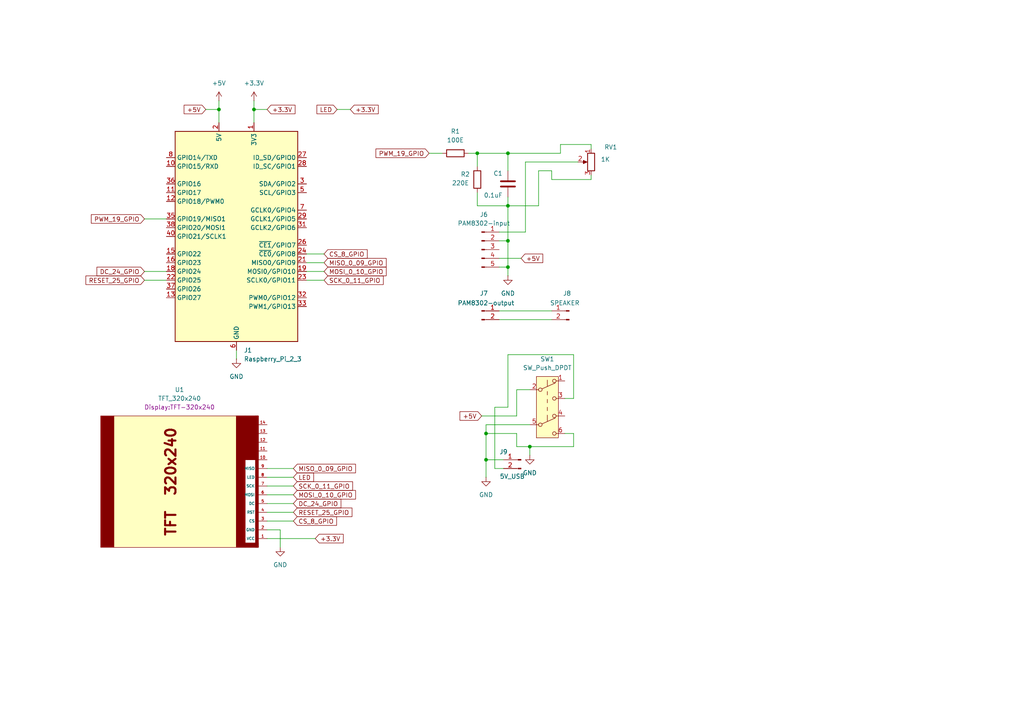
<source format=kicad_sch>
(kicad_sch (version 20250114) (generator "eeschema") (generator_version "9.0")
  (paper "A4")
  (lib_symbols
    (symbol "Connector:Conn_01x02_Pin" (pin_names (offset 1.016) (hide yes))
      (property "Reference" "J" (at 0 2.54 0))
      (property "Value" "Conn_01x02_Pin" (at 0 -5.08 0))
      (symbol "Conn_01x02_Pin_1_1"
        (rectangle (start 0.8636 0.127) (end 0 -0.127) (stroke (width 0.1524)) (fill (type outline)))
        (rectangle (start 0.8636 -2.413) (end 0 -2.667) (stroke (width 0.1524)) (fill (type outline)))
        (polyline (pts (xy 1.27 0) (xy 0.8636 0)) (stroke (width 0.1524)))
        (polyline (pts (xy 1.27 -2.54) (xy 0.8636 -2.54)) (stroke (width 0.1524)))
        (pin passive line (at 5.08 0 180) (length 3.81) (name "Pin_1") (number "1"))
        (pin passive line (at 5.08 -2.54 180) (length 3.81) (name "Pin_2") (number "2"))
      )
    )
    (symbol "Connector:Conn_01x05_Pin" (pin_names (offset 1.016) (hide yes))
      (property "Reference" "J" (at 0 7.62 0))
      (property "Value" "Conn_01x05_Pin" (at 0 -7.62 0))
      (symbol "Conn_01x05_Pin_1_1"
        (rectangle (start 0.8636 5.207) (end 0 4.953) (stroke (width 0.1524)) (fill (type outline)))
        (rectangle (start 0.8636 2.667) (end 0 2.413) (stroke (width 0.1524)) (fill (type outline)))
        (rectangle (start 0.8636 0.127) (end 0 -0.127) (stroke (width 0.1524)) (fill (type outline)))
        (rectangle (start 0.8636 -2.413) (end 0 -2.667) (stroke (width 0.1524)) (fill (type outline)))
        (rectangle (start 0.8636 -4.953) (end 0 -5.207) (stroke (width 0.1524)) (fill (type outline)))
        (polyline (pts (xy 1.27 5.08) (xy 0.8636 5.08)) (stroke (width 0.1524)))
        (polyline (pts (xy 1.27 2.54) (xy 0.8636 2.54)) (stroke (width 0.1524)))
        (polyline (pts (xy 1.27 0) (xy 0.8636 0)) (stroke (width 0.1524)))
        (polyline (pts (xy 1.27 -2.54) (xy 0.8636 -2.54)) (stroke (width 0.1524)))
        (polyline (pts (xy 1.27 -5.08) (xy 0.8636 -5.08)) (stroke (width 0.1524)))
        (pin passive line (at 5.08 5.08 180) (length 3.81) (name "Pin_1") (number "1"))
        (pin passive line (at 5.08 2.54 180) (length 3.81) (name "Pin_2") (number "2"))
        (pin passive line (at 5.08 0 180) (length 3.81) (name "Pin_3") (number "3"))
        (pin passive line (at 5.08 -2.54 180) (length 3.81) (name "Pin_4") (number "4"))
        (pin passive line (at 5.08 -5.08 180) (length 3.81) (name "Pin_5") (number "5"))
      )
    )
    (symbol "Connector:Raspberry_Pi_2_3"
      (property "Reference" "J" (at -17.78 31.75 0))
      (property "Value" "Raspberry_Pi_2_3" (at 10.16 -31.75 0))
      (symbol "Raspberry_Pi_2_3_0_1"
        (rectangle (start -17.78 30.48) (end 17.78 -30.48) (stroke (width 0.254)) (fill (type background)))
      )
      (symbol "Raspberry_Pi_2_3_1_1"
        (pin bidirectional line (at -20.32 22.86 0) (length 2.54) (name "GPIO14/TXD") (number "8"))
        (pin bidirectional line (at -20.32 20.32 0) (length 2.54) (name "GPIO15/RXD") (number "10"))
        (pin bidirectional line (at -20.32 15.24 0) (length 2.54) (name "GPIO16") (number "36"))
        (pin bidirectional line (at -20.32 12.7 0) (length 2.54) (name "GPIO17") (number "11"))
        (pin bidirectional line (at -20.32 10.16 0) (length 2.54) (name "GPIO18/PWM0") (number "12"))
        (pin bidirectional line (at -20.32 5.08 0) (length 2.54) (name "GPIO19/MISO1") (number "35"))
        (pin bidirectional line (at -20.32 2.54 0) (length 2.54) (name "GPIO20/MOSI1") (number "38"))
        (pin bidirectional line (at -20.32 0 0) (length 2.54) (name "GPIO21/SCLK1") (number "40"))
        (pin bidirectional line (at -20.32 -5.08 0) (length 2.54) (name "GPIO22") (number "15"))
        (pin bidirectional line (at -20.32 -7.62 0) (length 2.54) (name "GPIO23") (number "16"))
        (pin bidirectional line (at -20.32 -10.16 0) (length 2.54) (name "GPIO24") (number "18"))
        (pin bidirectional line (at -20.32 -12.7 0) (length 2.54) (name "GPIO25") (number "22"))
        (pin bidirectional line (at -20.32 -15.24 0) (length 2.54) (name "GPIO26") (number "37"))
        (pin bidirectional line (at -20.32 -17.78 0) (length 2.54) (name "GPIO27") (number "13"))
        (pin power_in line (at -5.08 33.02 270) (length 2.54) (name "5V") (number "2"))
        (pin passive line (at -5.08 33.02 270) (length 2.54) (hide yes) (name "5V") (number "4"))
        (pin passive line (at 0 -33.02 90) (length 2.54) (hide yes) (name "GND") (number "14"))
        (pin passive line (at 0 -33.02 90) (length 2.54) (hide yes) (name "GND") (number "20"))
        (pin passive line (at 0 -33.02 90) (length 2.54) (hide yes) (name "GND") (number "25"))
        (pin passive line (at 0 -33.02 90) (length 2.54) (hide yes) (name "GND") (number "30"))
        (pin passive line (at 0 -33.02 90) (length 2.54) (hide yes) (name "GND") (number "34"))
        (pin passive line (at 0 -33.02 90) (length 2.54) (hide yes) (name "GND") (number "39"))
        (pin power_in line (at 0 -33.02 90) (length 2.54) (name "GND") (number "6"))
        (pin passive line (at 0 -33.02 90) (length 2.54) (hide yes) (name "GND") (number "9"))
        (pin power_in line (at 5.08 33.02 270) (length 2.54) (name "3V3") (number "1"))
        (pin passive line (at 5.08 33.02 270) (length 2.54) (hide yes) (name "3V3") (number "17"))
        (pin bidirectional line (at 20.32 22.86 180) (length 2.54) (name "ID_SD/GPIO0") (number "27"))
        (pin bidirectional line (at 20.32 20.32 180) (length 2.54) (name "ID_SC/GPIO1") (number "28"))
        (pin bidirectional line (at 20.32 15.24 180) (length 2.54) (name "SDA/GPIO2") (number "3"))
        (pin bidirectional line (at 20.32 12.7 180) (length 2.54) (name "SCL/GPIO3") (number "5"))
        (pin bidirectional line (at 20.32 7.62 180) (length 2.54) (name "GCLK0/GPIO4") (number "7"))
        (pin bidirectional line (at 20.32 5.08 180) (length 2.54) (name "GCLK1/GPIO5") (number "29"))
        (pin bidirectional line (at 20.32 2.54 180) (length 2.54) (name "GCLK2/GPIO6") (number "31"))
        (pin bidirectional line (at 20.32 -2.54 180) (length 2.54) (name "~{CE1}/GPIO7") (number "26"))
        (pin bidirectional line (at 20.32 -5.08 180) (length 2.54) (name "~{CE0}/GPIO8") (number "24"))
        (pin bidirectional line (at 20.32 -7.62 180) (length 2.54) (name "MISO0/GPIO9") (number "21"))
        (pin bidirectional line (at 20.32 -10.16 180) (length 2.54) (name "MOSI0/GPIO10") (number "19"))
        (pin bidirectional line (at 20.32 -12.7 180) (length 2.54) (name "SCLK0/GPIO11") (number "23"))
        (pin bidirectional line (at 20.32 -17.78 180) (length 2.54) (name "PWM0/GPIO12") (number "32"))
        (pin bidirectional line (at 20.32 -20.32 180) (length 2.54) (name "PWM1/GPIO13") (number "33"))
      )
    )
    (symbol "Device:C" (pin_numbers (hide yes)) (pin_names (offset 0.254))
      (property "Reference" "C" (at 0.635 2.54 0))
      (property "Value" "C" (at 0.635 -2.54 0))
      (symbol "C_0_1"
        (polyline (pts (xy -2.032 0.762) (xy 2.032 0.762)) (stroke (width 0.508)))
        (polyline (pts (xy -2.032 -0.762) (xy 2.032 -0.762)) (stroke (width 0.508)))
      )
      (symbol "C_1_1"
        (pin passive line (at 0 3.81 270) (length 2.794) (name "~") (number "1"))
        (pin passive line (at 0 -3.81 90) (length 2.794) (name "~") (number "2"))
      )
    )
    (symbol "Device:R" (pin_numbers (hide yes)) (pin_names (offset 0))
      (property "Reference" "R" (at 2.032 0 90))
      (property "Value" "R" (at 0 0 90))
      (symbol "R_0_1"
        (rectangle (start -1.016 -2.54) (end 1.016 2.54) (stroke (width 0.254)))
      )
      (symbol "R_1_1"
        (pin passive line (at 0 3.81 270) (length 1.27) (name "~") (number "1"))
        (pin passive line (at 0 -3.81 90) (length 1.27) (name "~") (number "2"))
      )
    )
    (symbol "Device:R_Potentiometer" (pin_names (offset 1.016) (hide yes))
      (property "Reference" "RV" (at -4.445 0 90))
      (property "Value" "R_Potentiometer" (at -2.54 0 90))
      (symbol "R_Potentiometer_0_1"
        (rectangle (start 1.016 2.54) (end -1.016 -2.54) (stroke (width 0.254)))
        (polyline (pts (xy 1.143 0) (xy 2.286 0.508) (xy 2.286 -0.508) (xy 1.143 0)) (fill (type outline)))
        (polyline (pts (xy 2.54 0) (xy 1.524 0)))
      )
      (symbol "R_Potentiometer_1_1"
        (pin passive line (at 0 3.81 270) (length 1.27) (name "1") (number "1"))
        (pin passive line (at 0 -3.81 90) (length 1.27) (name "3") (number "3"))
        (pin passive line (at 3.81 0 180) (length 1.27) (name "2") (number "2"))
      )
    )
    (symbol "Switch:SW_Push_DPDT" (pin_names (offset 0) (hide yes))
      (property "Reference" "SW" (at 0 10.16 0))
      (property "Value" "SW_Push_DPDT" (at 0 -10.16 0))
      (symbol "SW_Push_DPDT_0_0"
        (circle (center -2.032 5.08) (radius 0.508))
        (circle (center -2.032 -5.08) (radius 0.508))
        (circle (center 2.032 2.54) (radius 0.508))
        (circle (center 2.032 -7.62) (radius 0.508))
      )
      (symbol "SW_Push_DPDT_0_1"
        (polyline (pts (xy -1.524 5.334) (xy 2.3368 7.0612)))
        (polyline (pts (xy -1.524 -4.826) (xy 2.3368 -3.0988)))
        (polyline (pts (xy 0 7.874) (xy 0 6.096)))
        (polyline (pts (xy 0 3.556) (xy 0 4.572)))
        (polyline (pts (xy 0 1.27) (xy 0 2.286)))
        (polyline (pts (xy 0 -1.016) (xy 0 0)))
        (polyline (pts (xy 0 -2.286) (xy 0 -4.064)))
        (circle (center 2.032 7.62) (radius 0.508))
        (circle (center 2.032 -2.54) (radius 0.508))
      )
      (symbol "SW_Push_DPDT_1_1"
        (rectangle (start -3.175 8.89) (end 3.175 -8.89) (fill (type background)))
        (pin passive line (at -5.08 5.08 0) (length 2.54) (name "B") (number "2"))
        (pin passive line (at -5.08 -5.08 0) (length 2.54) (name "B") (number "5"))
        (pin passive line (at 5.08 7.62 180) (length 2.54) (name "A") (number "1"))
        (pin passive line (at 5.08 2.54 180) (length 2.54) (name "C") (number "3"))
        (pin passive line (at 5.08 -2.54 180) (length 2.54) (name "A") (number "4"))
        (pin passive line (at 5.08 -7.62 180) (length 2.54) (name "C") (number "6"))
      )
    )
    (symbol "power:+3.3V" (power) (pin_numbers (hide yes)) (pin_names (offset 0) (hide yes))
      (property "Value" "+3.3V" (at 0 3.556 0))
      (symbol "+3.3V_0_1"
        (polyline (pts (xy -0.762 1.27) (xy 0 2.54)))
        (polyline (pts (xy 0 2.54) (xy 0.762 1.27)))
        (polyline (pts (xy 0 0) (xy 0 2.54)))
      )
      (symbol "+3.3V_1_1"
        (pin power_in line (at 0 0 90) (length 0) (name "~") (number "1"))
      )
    )
    (symbol "power:+5V" (power) (pin_numbers (hide yes)) (pin_names (offset 0) (hide yes))
      (property "Value" "+5V" (at 0 3.556 0))
      (symbol "+5V_0_1"
        (polyline (pts (xy -0.762 1.27) (xy 0 2.54)))
        (polyline (pts (xy 0 2.54) (xy 0.762 1.27)))
        (polyline (pts (xy 0 0) (xy 0 2.54)))
      )
      (symbol "+5V_1_1"
        (pin power_in line (at 0 0 90) (length 0) (name "~") (number "1"))
      )
    )
    (symbol "power:GND" (power) (pin_numbers (hide yes)) (pin_names (offset 0) (hide yes))
      (property "Value" "GND" (at 0 -3.81 0))
      (symbol "GND_0_1"
        (polyline (pts (xy 0 0) (xy 0 -1.27) (xy 1.27 -1.27) (xy 0 -2.54) (xy -1.27 -1.27) (xy 0 -1.27)))
      )
      (symbol "GND_1_1"
        (pin power_in line (at 0 0 270) (length 0) (name "~") (number "1"))
      )
    )
    (symbol "tft_320x240:TFT_320x240" (pin_names (offset 1.016))
      (property "Reference" "U?" (at 20.32 25.4001 0))
      (property "Value" "TFT_320x240" (at 20.32 22.8601 0))
      (property "Footprint" "z_Devices:TFT-320x240" (at 20.32 20.3201 0))
      (symbol "TFT_320x240_0_0"
        (text "TFT  320x240" (at 0 25.4 0) (effects (font (size 2.9972 2.9972) (bold yes))))
      )
      (symbol "TFT_320x240_0_1"
        (rectangle (start -19.05 41.91) (end 19.05 45.72) (fill (type outline)))
        (rectangle (start -19.05 6.35) (end 19.05 41.91) (fill (type background)))
        (rectangle (start -19.05 6.35) (end 19.05 3.81) (fill (type outline)))
        (rectangle (start -19.05 0) (end 19.05 6.35))
        (rectangle (start -19.05 0) (end 19.05 0.8382) (fill (type outline)))
        (rectangle (start -17.78 0) (end -19.05 3.81) (fill (type outline)))
        (rectangle (start 19.05 0) (end 6.35 3.81) (fill (type outline)))
      )
      (symbol "TFT_320x240_1_1"
        (pin power_in line (at -16.51 -2.54 90) (length 2.54) (name "VCC") (number "1"))
        (pin bidirectional line (at -13.97 -2.54 90) (length 2.54) (name "GND") (number "2"))
        (pin bidirectional line (at -11.43 -2.54 90) (length 2.54) (name "CS") (number "3"))
        (pin bidirectional line (at -8.89 -2.54 90) (length 2.54) (name "RST") (number "4"))
        (pin bidirectional line (at -6.35 -2.54 90) (length 2.54) (name "DC") (number "5"))
        (pin bidirectional line (at -3.81 -2.54 90) (length 2.54) (name "MOSI") (number "6"))
        (pin bidirectional line (at -1.27 -2.54 90) (length 2.54) (name "SCK") (number "7"))
        (pin power_in line (at 1.27 -2.54 90) (length 2.54) (name "LED") (number "8"))
        (pin bidirectional line (at 3.81 -2.54 90) (length 2.54) (name "MISO") (number "9"))
        (pin bidirectional line (at 6.35 -2.54 90) (length 2.54) (name "~") (number "10"))
        (pin bidirectional line (at 8.89 -2.54 90) (length 2.54) (name "~") (number "11"))
        (pin bidirectional line (at 11.43 -2.54 90) (length 2.54) (name "~") (number "12"))
        (pin bidirectional line (at 13.97 -2.54 90) (length 2.54) (name "~") (number "13"))
        (pin bidirectional line (at 16.51 -2.54 90) (length 2.54) (name "~") (number "14"))
      )
    )
  )
  (junction (at 147.32 77.47))
  (junction (at 147.32 44.45))
  (junction (at 147.32 69.85))
  (junction (at 73.66 31.75))
  (junction (at 140.97 133.35))
  (junction (at 138.43 44.45))
  (junction (at 63.5 31.75))
  (junction (at 140.97 125.73))
  (junction (at 153.67 129.54))
  (junction (at 147.32 59.69))
  (wire (pts (xy 160.02 49.53) (xy 160.02 52.07)))
  (wire (pts (xy 171.45 52.07) (xy 171.45 50.8)))
  (wire (pts (xy 149.86 125.73) (xy 149.86 129.54)))
  (wire (pts (xy 41.91 81.28) (xy 48.26 81.28)))
  (wire (pts (xy 41.91 78.74) (xy 48.26 78.74)))
  (wire (pts (xy 147.32 80.01) (xy 147.32 77.47)))
  (wire (pts (xy 147.32 49.53) (xy 147.32 44.45)))
  (wire (pts (xy 144.78 90.17) (xy 160.02 90.17)))
  (wire (pts (xy 144.78 69.85) (xy 147.32 69.85)))
  (wire (pts (xy 156.21 49.53) (xy 160.02 49.53)))
  (wire (pts (xy 153.67 129.54) (xy 166.37 129.54)))
  (wire (pts (xy 171.45 41.91) (xy 171.45 43.18)))
  (wire (pts (xy 147.32 102.87) (xy 166.37 102.87)))
  (wire (pts (xy 91.44 156.21) (xy 77.47 156.21)))
  (wire (pts (xy 147.32 44.45) (xy 138.43 44.45)))
  (wire (pts (xy 146.05 135.89) (xy 143.51 135.89)))
  (wire (pts (xy 73.66 31.75) (xy 77.47 31.75)))
  (wire (pts (xy 140.97 123.19) (xy 153.67 123.19)))
  (wire (pts (xy 166.37 125.73) (xy 163.83 125.73)))
  (wire (pts (xy 77.47 135.89) (xy 85.09 135.89)))
  (wire (pts (xy 81.28 153.67) (xy 77.47 153.67)))
  (wire (pts (xy 149.86 113.03) (xy 153.67 113.03)))
  (wire (pts (xy 93.98 76.2) (xy 88.9 76.2)))
  (wire (pts (xy 160.02 52.07) (xy 171.45 52.07)))
  (wire (pts (xy 149.86 129.54) (xy 153.67 129.54)))
  (wire (pts (xy 166.37 115.57) (xy 163.83 115.57)))
  (wire (pts (xy 140.97 138.43) (xy 140.97 133.35)))
  (wire (pts (xy 63.5 31.75) (xy 63.5 35.56)))
  (wire (pts (xy 143.51 118.11) (xy 147.32 118.11)))
  (wire (pts (xy 93.98 73.66) (xy 88.9 73.66)))
  (wire (pts (xy 156.21 49.53) (xy 156.21 59.69)))
  (wire (pts (xy 147.32 118.11) (xy 147.32 102.87)))
  (wire (pts (xy 93.98 78.74) (xy 88.9 78.74)))
  (wire (pts (xy 81.28 153.67) (xy 81.28 158.75)))
  (wire (pts (xy 77.47 148.59) (xy 85.09 148.59)))
  (wire (pts (xy 166.37 102.87) (xy 166.37 115.57)))
  (wire (pts (xy 97.79 31.75) (xy 101.6 31.75)))
  (wire (pts (xy 77.47 146.05) (xy 85.09 146.05)))
  (wire (pts (xy 147.32 44.45) (xy 162.56 44.45)))
  (wire (pts (xy 41.91 63.5) (xy 48.26 63.5)))
  (wire (pts (xy 143.51 118.11) (xy 143.51 135.89)))
  (wire (pts (xy 162.56 41.91) (xy 171.45 41.91)))
  (wire (pts (xy 166.37 129.54) (xy 166.37 125.73)))
  (wire (pts (xy 140.97 125.73) (xy 149.86 125.73)))
  (wire (pts (xy 77.47 140.97) (xy 85.09 140.97)))
  (wire (pts (xy 63.5 29.21) (xy 63.5 31.75)))
  (wire (pts (xy 144.78 92.71) (xy 160.02 92.71)))
  (wire (pts (xy 73.66 31.75) (xy 73.66 35.56)))
  (wire (pts (xy 147.32 57.15) (xy 147.32 59.69)))
  (wire (pts (xy 138.43 44.45) (xy 138.43 48.26)))
  (wire (pts (xy 73.66 29.21) (xy 73.66 31.75)))
  (wire (pts (xy 77.47 138.43) (xy 85.09 138.43)))
  (wire (pts (xy 140.97 123.19) (xy 140.97 125.73)))
  (wire (pts (xy 156.21 59.69) (xy 147.32 59.69)))
  (wire (pts (xy 77.47 151.13) (xy 85.09 151.13)))
  (wire (pts (xy 152.4 67.31) (xy 144.78 67.31)))
  (wire (pts (xy 59.69 31.75) (xy 63.5 31.75)))
  (wire (pts (xy 144.78 77.47) (xy 147.32 77.47)))
  (wire (pts (xy 77.47 143.51) (xy 85.09 143.51)))
  (wire (pts (xy 147.32 69.85) (xy 147.32 59.69)))
  (wire (pts (xy 140.97 125.73) (xy 140.97 133.35)))
  (wire (pts (xy 152.4 46.99) (xy 167.64 46.99)))
  (wire (pts (xy 162.56 41.91) (xy 162.56 44.45)))
  (wire (pts (xy 147.32 77.47) (xy 147.32 69.85)))
  (wire (pts (xy 138.43 44.45) (xy 135.89 44.45)))
  (wire (pts (xy 93.98 81.28) (xy 88.9 81.28)))
  (wire (pts (xy 138.43 59.69) (xy 138.43 55.88)))
  (wire (pts (xy 153.67 129.54) (xy 153.67 132.08)))
  (wire (pts (xy 149.86 120.65) (xy 149.86 113.03)))
  (wire (pts (xy 128.27 44.45) (xy 124.46 44.45)))
  (wire (pts (xy 139.7 120.65) (xy 149.86 120.65)))
  (wire (pts (xy 144.78 74.93) (xy 151.13 74.93)))
  (wire (pts (xy 140.97 133.35) (xy 146.05 133.35)))
  (wire (pts (xy 152.4 46.99) (xy 152.4 67.31)))
  (wire (pts (xy 147.32 59.69) (xy 138.43 59.69)))
  (wire (pts (xy 68.58 101.6) (xy 68.58 104.14)))
  (global_label "PWM_19_GPIO" (shape input) (at 41.91 63.5 180) (property "Intersheetrefs" "${INTERSHEET_REFS}" (effects (hide yes))))
  (global_label "LED" (shape input) (at 97.79 31.75 180) (property "Intersheetrefs" "${INTERSHEET_REFS}" (effects (hide yes))))
  (global_label "MISO_0_09_GPIO" (shape input) (at 93.98 76.2 0) (property "Intersheetrefs" "${INTERSHEET_REFS}" (effects (hide yes))))
  (global_label "CS_8_GPIO" (shape input) (at 93.98 73.66 0) (property "Intersheetrefs" "${INTERSHEET_REFS}" (effects (hide yes))))
  (global_label "SCK_0_11_GPIO" (shape input) (at 85.09 140.97 0) (property "Intersheetrefs" "${INTERSHEET_REFS}" (effects (hide yes))))
  (global_label "DC_24_GPIO" (shape input) (at 41.91 78.74 180) (property "Intersheetrefs" "${INTERSHEET_REFS}" (effects (hide yes))))
  (global_label "CS_8_GPIO" (shape input) (at 85.09 151.13 0) (property "Intersheetrefs" "${INTERSHEET_REFS}" (effects (hide yes))))
  (global_label "PWM_19_GPIO" (shape input) (at 124.46 44.45 180) (property "Intersheetrefs" "${INTERSHEET_REFS}" (effects (hide yes))))
  (global_label "MOSI_0_10_GPIO" (shape input) (at 93.98 78.74 0) (property "Intersheetrefs" "${INTERSHEET_REFS}" (effects (hide yes))))
  (global_label "+3.3V" (shape input) (at 77.47 31.75 0) (property "Intersheetrefs" "${INTERSHEET_REFS}" (effects (hide yes))))
  (global_label "MISO_0_09_GPIO" (shape input) (at 85.09 135.89 0) (property "Intersheetrefs" "${INTERSHEET_REFS}" (effects (hide yes))))
  (global_label "+3.3V" (shape input) (at 101.6 31.75 0) (property "Intersheetrefs" "${INTERSHEET_REFS}" (effects (hide yes))))
  (global_label "MOSI_0_10_GPIO" (shape input) (at 85.09 143.51 0) (property "Intersheetrefs" "${INTERSHEET_REFS}" (effects (hide yes))))
  (global_label "+5V" (shape input) (at 59.69 31.75 180) (property "Intersheetrefs" "${INTERSHEET_REFS}" (effects (hide yes))))
  (global_label "RESET_25_GPIO" (shape input) (at 41.91 81.28 180) (property "Intersheetrefs" "${INTERSHEET_REFS}" (effects (hide yes))))
  (global_label "DC_24_GPIO" (shape input) (at 85.09 146.05 0) (property "Intersheetrefs" "${INTERSHEET_REFS}" (effects (hide yes))))
  (global_label "+5V" (shape input) (at 151.13 74.93 0) (property "Intersheetrefs" "${INTERSHEET_REFS}" (effects (hide yes))))
  (global_label "LED" (shape input) (at 85.09 138.43 0) (property "Intersheetrefs" "${INTERSHEET_REFS}" (effects (hide yes))))
  (global_label "+3.3V" (shape input) (at 91.44 156.21 0) (property "Intersheetrefs" "${INTERSHEET_REFS}" (effects (hide yes))))
  (global_label "SCK_0_11_GPIO" (shape input) (at 93.98 81.28 0) (property "Intersheetrefs" "${INTERSHEET_REFS}" (effects (hide yes))))
  (global_label "RESET_25_GPIO" (shape input) (at 85.09 148.59 0) (property "Intersheetrefs" "${INTERSHEET_REFS}" (effects (hide yes))))
  (global_label "+5V" (shape input) (at 139.7 120.65 180) (property "Intersheetrefs" "${INTERSHEET_REFS}" (effects (hide yes))))
  (symbol (lib_id "power:GND") (at 81.28 158.75 0) (mirror y) (unit 1)
    (property "Reference" "#PWR06" (effects (hide yes)))
    (property "Value" "GND" (at 81.28 163.83 0))
    (property "Description" "Power symbol creates a global label with name \"GND\" , ground" (effects (hide yes)))
  )
  (symbol (lib_id "Connector:Conn_01x05_Pin") (at 139.7 72.39 0) (unit 1)
    (property "Reference" "J6" (at 140.335 62.23 0))
    (property "Value" "PAM8302-input" (at 140.335 64.77 0))
    (property "Footprint" "Connector_PinHeader_2.54mm:PinHeader_1x05_P2.54mm_Vertical" (effects (hide yes)))
    (property "Description" "Generic connector, single row, 01x05, script generated" (effects (hide yes)))
  )
  (symbol (lib_id "power:GND") (at 153.67 132.08 0) (unit 1)
    (property "Reference" "#PWR07" (effects (hide yes)))
    (property "Value" "GND" (at 153.67 137.16 0))
    (property "Description" "Power symbol creates a global label with name \"GND\" , ground" (effects (hide yes)))
  )
  (symbol (lib_id "power:+5V") (at 63.5 29.21 0) (unit 1)
    (property "Reference" "#PWR02" (effects (hide yes)))
    (property "Value" "+5V" (at 63.5 24.13 0))
    (property "Description" "Power symbol creates a global label with name \"+5V\"" (effects (hide yes)))
  )
  (symbol (lib_id "Connector:Conn_01x02_Pin") (at 151.13 133.35 0) (mirror y) (unit 1)
    (property "Reference" "J9" (at 146.05 131.064 0))
    (property "Value" "5V_USB" (at 148.59 138.176 0))
    (property "Footprint" "Connector_Wire:SolderWirePad_1x01_SMD_1.5x3mm" (effects (hide yes)))
    (property "Description" "Generic connector, single row, 01x02, script generated" (effects (hide yes)))
  )
  (symbol (lib_id "Device:R") (at 132.08 44.45 270) (mirror x) (unit 1)
    (property "Reference" "R1" (at 132.08 38.1 90))
    (property "Value" "100E" (at 132.08 40.64 90))
    (property "Footprint" "Resistor_SMD:R_1206_3216Metric_Pad1.30x1.75mm_HandSolder" (effects (hide yes)))
    (property "Description" "Resistor" (effects (hide yes)))
  )
  (symbol (lib_id "power:GND") (at 147.32 80.01 0) (unit 1)
    (property "Reference" "#PWR04" (effects (hide yes)))
    (property "Value" "GND" (at 147.32 85.09 0))
    (property "Description" "Power symbol creates a global label with name \"GND\" , ground" (effects (hide yes)))
  )
  (symbol (lib_id "power:GND") (at 140.97 138.43 0) (unit 1)
    (property "Reference" "#PWR03" (effects (hide yes)))
    (property "Value" "GND" (at 140.97 143.51 0))
    (property "Description" "Power symbol creates a global label with name \"GND\" , ground" (effects (hide yes)))
  )
  (symbol (lib_id "Switch:SW_Push_DPDT") (at 158.75 118.11 0) (unit 1)
    (property "Reference" "SW1" (at 158.75 104.14 0))
    (property "Value" "SW_Push_DPDT" (at 158.75 106.68 0))
    (property "Footprint" "Button_Switch_THT:SW_Push_2P2T_Toggle_CK_PVA2OAH5xxxxxxV2" (effects (hide yes)))
    (property "Description" "Momentary Switch, dual pole double throw" (effects (hide yes)))
  )
  (symbol (lib_id "Connector:Conn_01x02_Pin") (at 139.7 90.17 0) (unit 1)
    (property "Reference" "J7" (at 140.335 85.09 0))
    (property "Value" "PAM8302-output" (at 140.97 87.884 0))
    (property "Footprint" "Connector_PinHeader_2.54mm:PinHeader_1x02_P2.54mm_Vertical" (effects (hide yes)))
    (property "Description" "Generic connector, single row, 01x02, script generated" (effects (hide yes)))
  )
  (symbol (lib_id "power:GND") (at 68.58 104.14 0) (unit 1)
    (property "Reference" "#PWR05" (effects (hide yes)))
    (property "Value" "GND" (at 68.58 109.22 0))
    (property "Description" "Power symbol creates a global label with name \"GND\" , ground" (effects (hide yes)))
  )
  (symbol (lib_id "Device:R") (at 138.43 52.07 0) (mirror y) (unit 1)
    (property "Reference" "R2" (at 133.604 50.546 0) (effects (justify right)))
    (property "Value" "220E" (at 131.064 53.086 0) (effects (justify right)))
    (property "Footprint" "Resistor_SMD:R_1206_3216Metric_Pad1.30x1.75mm_HandSolder" (effects (hide yes)))
    (property "Description" "Resistor" (effects (hide yes)))
  )
  (symbol (lib_id "power:+3.3V") (at 73.66 29.21 0) (unit 1)
    (property "Reference" "#PWR01" (effects (hide yes)))
    (property "Value" "+3.3V" (at 73.66 24.13 0))
    (property "Description" "Power symbol creates a global label with name \"+3.3V\"" (effects (hide yes)))
  )
  (symbol (lib_id "Connector:Raspberry_Pi_2_3") (at 68.58 68.58 0) (unit 1)
    (property "Reference" "J1" (at 70.7233 101.6 0) (effects (justify left)))
    (property "Value" "Raspberry_Pi_2_3" (at 70.7233 104.14 0) (effects (justify left)))
    (property "Footprint" "Connector_PinHeader_2.54mm:PinHeader_2x20_P2.54mm_Vertical" (effects (hide yes)))
    (property "Datasheet" "https://www.raspberrypi.org/documentation/hardware/raspberrypi/schematics/rpi_SCH_3bplus_1p0_reduced.pdf" (effects (hide yes)))
    (property "Description" "expansion header for Raspberry Pi 2 & 3" (effects (hide yes)))
  )
  (symbol (lib_id "tft_320x240:TFT_320x240") (at 74.93 139.7 90) (unit 1)
    (property "Reference" "U1" (at 52.07 113.03 90))
    (property "Value" "TFT_320x240" (at 52.07 115.57 90))
    (property "Footprint" "Display:TFT-320x240" (at 52.07 118.11 90))
  )
  (symbol (lib_id "Connector:Conn_01x02_Pin") (at 165.1 90.17 0) (mirror y) (unit 1)
    (property "Reference" "J8" (at 164.465 85.09 0))
    (property "Value" "SPEAKER" (at 163.83 87.884 0))
    (property "Footprint" "Connector_Hirose:Hirose_DF13C_CL535-0402-2-51_1x02-1MP_P1.25mm_Vertical" (effects (hide yes)))
    (property "Description" "Generic connector, single row, 01x02, script generated" (effects (hide yes)))
  )
  (symbol (lib_id "Device:R_Potentiometer") (at 171.45 46.99 0) (mirror y) (unit 1)
    (property "Reference" "RV1" (at 175.26 42.672 0) (effects (justify right)))
    (property "Value" "1K" (at 174.244 46.228 0) (effects (justify right)))
    (property "Footprint" "Potentiometer_THT:Potentiometer_Alpha_RD901F-40-00D_Single_Vertical" (effects (hide yes)))
    (property "Description" "Potentiometer" (effects (hide yes)))
  )
  (symbol (lib_id "Device:C") (at 147.32 53.34 0) (mirror y) (unit 1)
    (property "Reference" "C1" (at 145.796 50.292 0) (effects (justify left)))
    (property "Value" "0.1uF" (at 145.796 56.642 0) (effects (justify left)))
    (property "Footprint" "Capacitor_SMD:C_1206_3216Metric_Pad1.33x1.80mm_HandSolder" (effects (hide yes)))
    (property "Description" "Unpolarized capacitor" (effects (hide yes)))
  )
)
</source>
